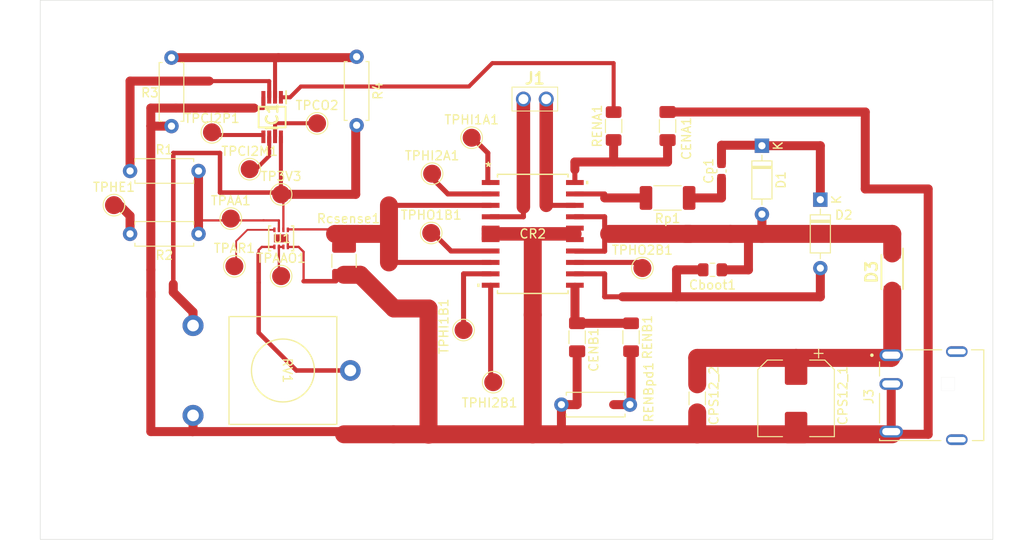
<source format=kicad_pcb>
(kicad_pcb (version 20240108) (generator "pcbnew") (generator_version "8.0")
  (layers (0 "F.Cu" signal) (31 "B.Cu" signal) (34 "B.Paste" user) (35 "F.Paste" user) (36 "B.SilkS" user "B.Silkscreen") (37 "F.SilkS" user "F.Silkscreen") (38 "B.Mask" user) (39 "F.Mask" user) (44 "Edge.Cuts" user))
  (net 0 "")
  (net 1 "GND")
  (net 2 "Net-(Cp1-Pad1)")
  (net 3 "Net-(CR2-OUT2A)")
  (net 4 "Net-(CR2-ENB)")
  (net 5 "Net-(CR2-IN2B)")
  (net 6 "+12V")
  (net 7 "/GPIO_INA2")
  (net 8 "Net-(CR2-OUT2B)")
  (net 9 "Net-(CR2-IN1B)")
  (net 10 "/csense")
  (net 11 "Net-(CR2-ENA)")
  (net 12 "Net-(CR2-VBOOT)")
  (net 13 "Net-(CR2-OUT1A)")
  (net 14 "Net-(CR2-VCP)")
  (net 15 "Net-(CR2-OUT1B)")
  (net 16 "Net-(D1-K)")
  (net 17 "/calert")
  (net 18 "/GPIO_INA1")
  (net 19 "Net-(IC1-IN1-)")
  (net 20 "/GPIO enable")
  (net 21 "/EnB_5")
  (net 22 "+3V3")
  (net 23 "/GPIO_RESET")
  (net 24 "/EnA_soft")
  (net 25 "/EnA_buf")
  (net 26 "Net-(U1-CMPREF)")
  (net 27 "Net-(U1-CMPIN)")
  (net 28 "Net-(D3-A)")
  (net 29 "Net-(IC1-IN2-)")
  (net 30 "Net-(IC1-OUT2)")
  (net 31 "Net-(IC1-IN2+)")
  (footprint "Resistor_THT:R_Axial_DIN0207_L6.3mm_D2.5mm_P7.62mm_Horizontal" (layer "F.Cu") (at 134.4 67.29 -90)
    (property "Reference" "R4" (at 3.81 -2.37 90) (layer "F.SilkS"))
    (property "Value" "2k")
    (fp_line (start 0.54 1.37) (end 7.08 1.37) (stroke (width 0.12)) (layer "F.SilkS"))
    (fp_line (start 7.08 1.37) (end 7.08 1.04) (stroke (width 0.12)) (layer "F.SilkS"))
    (fp_line (start 0.54 1.04) (end 0.54 1.37) (stroke (width 0.12)) (layer "F.SilkS"))
    (fp_line (start 0.54 -1.04) (end 0.54 -1.37) (stroke (width 0.12)) (layer "F.SilkS"))
    (fp_line (start 0.54 -1.37) (end 7.08 -1.37) (stroke (width 0.12)) (layer "F.SilkS"))
    (fp_line (start 7.08 -1.37) (end 7.08 -1.04) (stroke (width 0.12)) (layer "F.SilkS"))
    (pad "1" thru_hole circle (at 0 0 270) (size 1.6 1.6) (drill 0.8) (layers "*.Cu" "*.Mask") (net 19 "Net-(IC1-IN1-)"))
    (pad "2" thru_hole oval (at 7.62 0 270) (size 1.6 1.6) (drill 0.8) (layers "*.Cu" "*.Mask") (net 22 "+3V3"))
  )
  (footprint "MountingHole:MountingHole_3.2mm_M3" (layer "F.Cu") (at 104.2 66)
    (property "Reference" "REF**" (hide yes))
    (property "Value" "MountingHole_3.2mm_M3")
    (pad "" np_thru_hole circle (at 0 0) (size 3.2 3.2) (drill 3.2) (layers "*.Cu" "*.Mask"))
  )
  (footprint "MountingHole:MountingHole_3.2mm_M3" (layer "F.Cu") (at 199.2 116)
    (property "Reference" "REF**" (hide yes))
    (property "Value" "MountingHole_3.2mm_M3")
    (pad "" np_thru_hole circle (at 0 0) (size 3.2 3.2) (drill 3.2) (layers "*.Cu" "*.Mask"))
  )
  (footprint "TestPoint:TestPoint_Pad_D2.0mm" (layer "F.Cu") (at 147.2 76.3)
    (property "Reference" "TPHI1A1" (at 0 -1.998 0) (layer "F.SilkS"))
    (property "Value" "TestPoint" (hide yes))
    (fp_circle (center 0 0) (end 0 1.2) (stroke (width 0.12)) (fill none) (layer "F.SilkS"))
    (pad "1" smd circle (at 0 0) (size 2 2) (layers "F.Cu" "F.Mask") (net 18 "/GPIO_INA1"))
  )
  (footprint "Diode_THT:D_DO-35_SOD27_P7.62mm_Horizontal" (layer "F.Cu") (at 186 83.19 -90)
    (property "Reference" "D2" (at 1.71 -2.6 180) (layer "F.SilkS"))
    (property "Value" "1N4148")
    (fp_line (start 1.69 1.12) (end 5.93 1.12) (stroke (width 0.12)) (layer "F.SilkS"))
    (fp_line (start 5.93 1.12) (end 5.93 -1.12) (stroke (width 0.12)) (layer "F.SilkS"))
    (fp_line (start 1.04 0) (end 1.69 0) (stroke (width 0.12)) (layer "F.SilkS"))
    (fp_line (start 6.58 0) (end 5.93 0) (stroke (width 0.12)) (layer "F.SilkS"))
    (fp_line (start 1.69 -1.12) (end 1.69 1.12) (stroke (width 0.12)) (layer "F.SilkS"))
    (fp_line (start 2.29 -1.12) (end 2.29 1.12) (stroke (width 0.12)) (layer "F.SilkS"))
    (fp_line (start 2.41 -1.12) (end 2.41 1.12) (stroke (width 0.12)) (layer "F.SilkS"))
    (fp_line (start 2.53 -1.12) (end 2.53 1.12) (stroke (width 0.12)) (layer "F.SilkS"))
    (fp_line (start 5.93 -1.12) (end 1.69 -1.12) (stroke (width 0.12)) (layer "F.SilkS"))
    (fp_text user "K" (at 0 -1.8 90) (layer "F.SilkS"))
    (pad "1" thru_hole rect (at 0 0 270) (size 1.6 1.6) (drill 0.8) (layers "*.Cu" "*.Mask") (net 16 "Net-(D1-K)"))
    (pad "2" thru_hole oval (at 7.62 0 270) (size 1.6 1.6) (drill 0.8) (layers "*.Cu" "*.Mask") (net 12 "Net-(CR2-VBOOT)"))
  )
  (footprint "CTSpotentiometer:CTSpot" (layer "F.Cu") (at 126.2 102.2 -90)
    (property "Reference" "RV1" (at 0 -0.5 -90) (layer "F.SilkS"))
    (property "Value" "10k")
    (fp_rect (start -6 -6) (end 6 6) (stroke (width 0.14)) (fill none) (layer "F.SilkS"))
    (fp_circle (center 0 0) (end 3.5 0) (stroke (width 0.15)) (fill none) (layer "F.SilkS"))
    (pad "1" thru_hole circle (at -5 10 270) (size 2.34 2.34) (drill 1.3) (layers "*.Cu" "*.Mask") (net 22 "+3V3"))
    (pad "2" thru_hole circle (at 0 -7.5 270) (size 2.3 2.3) (drill 1.3) (layers "*.Cu" "*.Mask") (net 26 "Net-(U1-CMPREF)"))
    (pad "3" thru_hole circle (at 5 10 270) (size 2.34 2.34) (drill 1.3) (layers "*.Cu" "*.Mask") (net 1 "GND"))
  )
  (footprint "PJ-079BH:CUI_PJ-079BH" (layer "F.Cu") (at 200.1875 103.7 180)
    (property "Reference" "J3" (at 8.7875 -1.4 90) (layer "F.SilkS"))
    (property "Value" "Barrel_Jack_Switch")
    (fp_line (start 7.6 0.88) (end 7.6 2.45) (stroke (width 0.127)) (layer "F.SilkS"))
    (fp_line (start 7.6 -4.34) (end 7.6 -1.05) (stroke (width 0.127)) (layer "F.SilkS"))
    (fp_line (start 7.6 -6.3) (end 7.6 -6.1) (stroke (width 0.127)) (layer "F.SilkS"))
    (fp_line (start 4.7 3.8) (end 0.68 3.8) (stroke (width 0.127)) (layer "F.SilkS"))
    (fp_line (start 0.77 -6.3) (end 7.6 -6.3) (stroke (width 0.127)) (layer "F.SilkS"))
    (fp_line (start -2.625 3.8) (end -4 3.8) (stroke (width 0.127)) (layer "F.SilkS"))
    (fp_line (start -4 3.8) (end -4 -6.3) (stroke (width 0.127)) (layer "F.SilkS"))
    (fp_line (start -4 -6.3) (end -2.725 -6.3) (stroke (width 0.127)) (layer "F.SilkS"))
    (fp_circle (center 8.45 3.2) (end 8.55 3.2) (stroke (width 0.2)) (fill none) (layer "F.SilkS"))
    (fp_line (start 0.75 0.75) (end -0.75 0.75) (stroke (width 0.01)) (layer "Edge.Cuts"))
    (fp_line (start 0.75 -0.75) (end 0.75 0.75) (stroke (width 0.01)) (layer "Edge.Cuts"))
    (fp_line (start -0.75 0.75) (end -0.75 -0.75) (stroke (width 0.01)) (layer "Edge.Cuts"))
    (fp_line (start -0.75 -0.75) (end 0.75 -0.75) (stroke (width 0.01)) (layer "Edge.Cuts"))
    (pad "1" thru_hole oval (at 6.3 3.2 180) (size 2.616 1.308) (drill oval 2 0.8) (layers "*.Cu" "*.Mask") (net 28 "Net-(D3-A)"))
    (pad "2" thru_hole oval (at 6.3 -5.3 180) (size 2.616 1.308) (drill oval 2 0.8) (layers "*.Cu" "*.Mask") (net 1 "GND"))
    (pad "3" thru_hole oval (at 6.3 0 180) (size 2.616 1.308) (drill oval 2 0.8) (layers "*.Cu" "*.Mask") (net 1 "GND"))
    (pad "S1" thru_hole oval (at -1 -6.2 180) (size 2.4 1.2) (drill oval 2 0.6) (layers "*.Cu" "*.Mask"))
    (pad "S2" thru_hole oval (at -1 3.6 180) (size 2.4 1.2) (drill oval 2 0.6) (layers "*.Cu" "*.Mask"))
  )
  (footprint "Diode_THT:D_DO-35_SOD27_P7.62mm_Horizontal" (layer "F.Cu") (at 179.5 77.19 -90)
    (property "Reference" "D1" (at 3.81 -2.12 90) (layer "F.SilkS"))
    (property "Value" "1N4148")
    (fp_line (start 1.69 1.12) (end 5.93 1.12) (stroke (width 0.12)) (layer "F.SilkS"))
    (fp_line (start 5.93 1.12) (end 5.93 -1.12) (stroke (width 0.12)) (layer "F.SilkS"))
    (fp_line (start 1.04 0) (end 1.69 0) (stroke (width 0.12)) (layer "F.SilkS"))
    (fp_line (start 6.58 0) (end 5.93 0) (stroke (width 0.12)) (layer "F.SilkS"))
    (fp_line (start 1.69 -1.12) (end 1.69 1.12) (stroke (width 0.12)) (layer "F.SilkS"))
    (fp_line (start 2.29 -1.12) (end 2.29 1.12) (stroke (width 0.12)) (layer "F.SilkS"))
    (fp_line (start 2.41 -1.12) (end 2.41 1.12) (stroke (width 0.12)) (layer "F.SilkS"))
    (fp_line (start 2.53 -1.12) (end 2.53 1.12) (stroke (width 0.12)) (layer "F.SilkS"))
    (fp_line (start 5.93 -1.12) (end 1.69 -1.12) (stroke (width 0.12)) (layer "F.SilkS"))
    (fp_text user "K" (at 0 -1.8 90) (layer "F.SilkS"))
    (pad "1" thru_hole rect (at 0 0 270) (size 1.6 1.6) (drill 0.8) (layers "*.Cu" "*.Mask") (net 16 "Net-(D1-K)"))
    (pad "2" thru_hole oval (at 7.62 0 270) (size 1.6 1.6) (drill 0.8) (layers "*.Cu" "*.Mask") (net 6 "+12V"))
  )
  (footprint "Resistor_THT:R_Axial_DIN0207_L6.3mm_D2.5mm_P7.62mm_Horizontal" (layer "F.Cu") (at 116.81 87 180)
    (property "Reference" "R2" (at 3.81 -2.37 0) (layer "F.SilkS"))
    (property "Value" "2k")
    (fp_line (start 7.08 1.37) (end 7.08 1.04) (stroke (width 0.12)) (layer "F.SilkS"))
    (fp_line (start 7.08 -1.37) (end 7.08 -1.04) (stroke (width 0.12)) (layer "F.SilkS"))
    (fp_line (start 0.54 1.37) (end 7.08 1.37) (stroke (width 0.12)) (layer "F.SilkS"))
    (fp_line (start 0.54 1.04) (end 0.54 1.37) (stroke (width 0.12)) (layer "F.SilkS"))
    (fp_line (start 0.54 -1.04) (end 0.54 -1.37) (stroke (width 0.12)) (layer "F.SilkS"))
    (fp_line (start 0.54 -1.37) (end 7.08 -1.37) (stroke (width 0.12)) (layer "F.SilkS"))
    (pad "1" thru_hole circle (at 0 0 180) (size 1.6 1.6) (drill 0.8) (layers "*.Cu" "*.Mask") (net 17 "/calert"))
    (pad "2" thru_hole oval (at 7.62 0 180) (size 1.6 1.6) (drill 0.8) (layers "*.Cu" "*.Mask") (net 20 "/GPIO enable"))
  )
  (footprint "TestPoint:TestPoint_Pad_D2.0mm" (layer "F.Cu") (at 118.3 75.7)
    (property "Reference" "TPCI2P1" (at 0.006394 -1.555317 0) (layer "F.SilkS"))
    (property "Value" "TestPoint" (hide yes))
    (fp_circle (center 0 0) (end 0 1.2) (stroke (width 0.12)) (fill none) (layer "F.SilkS"))
    (pad "1" smd circle (at 0 0) (size 2 2) (layers "F.Cu" "F.Mask") (net 31 "Net-(IC1-IN2+)"))
  )
  (footprint "TestPoint:TestPoint_Pad_D2.0mm" (layer "F.Cu") (at 120.4 85.3)
    (property "Reference" "TPAA1" (at 0 -1.998 0) (layer "F.SilkS"))
    (property "Value" "TestPoint" (hide yes))
    (fp_circle (center 0 0) (end 0 1.2) (stroke (width 0.12)) (fill none) (layer "F.SilkS"))
    (pad "1" smd circle (at 0 0) (size 2 2) (layers "F.Cu" "F.Mask") (net 17 "/calert"))
  )
  (footprint "Resistor_THT:R_Axial_DIN0207_L6.3mm_D2.5mm_P7.62mm_Horizontal" (layer "F.Cu") (at 109.19 80)
    (property "Reference" "R1" (at 3.81 -2.37 0) (layer "F.SilkS"))
    (property "Value" "2k")
    (fp_line (start 0.54 -1.37) (end 7.08 -1.37) (stroke (width 0.12)) (layer "F.SilkS"))
    (fp_line (start 0.54 -1.04) (end 0.54 -1.37) (stroke (width 0.12)) (layer "F.SilkS"))
    (fp_line (start 0.54 1.04) (end 0.54 1.37) (stroke (width 0.12)) (layer "F.SilkS"))
    (fp_line (start 0.54 1.37) (end 7.08 1.37) (stroke (width 0.12)) (layer "F.SilkS"))
    (fp_line (start 7.08 -1.37) (end 7.08 -1.04) (stroke (width 0.12)) (layer "F.SilkS"))
    (fp_line (start 7.08 1.37) (end 7.08 1.04) (stroke (width 0.12)) (layer "F.SilkS"))
    (pad "1" thru_hole circle (at 0 0) (size 1.6 1.6) (drill 0.8) (layers "*.Cu" "*.Mask") (net 24 "/EnA_soft"))
    (pad "2" thru_hole oval (at 7.62 0) (size 1.6 1.6) (drill 0.8) (layers "*.Cu" "*.Mask") (net 17 "/calert"))
  )
  (footprint "MountingHole:MountingHole_3.2mm_M3" (layer "F.Cu") (at 104.2 116)
    (property "Reference" "REF**" (hide yes))
    (property "Value" "MountingHole_3.2mm_M3")
    (pad "" np_thru_hole circle (at 0 0) (size 3.2 3.2) (drill 3.2) (layers "*.Cu" "*.Mask"))
  )
  (footprint "TestPoint:TestPoint_Pad_D2.0mm" (layer "F.Cu") (at 120.8 90.6)
    (property "Reference" "TPAR1" (at 0 -1.998 0) (layer "F.SilkS"))
    (property "Value" "TestPoint" (hide yes))
    (fp_circle (center 0 0) (end 0 1.2) (stroke (width 0.12)) (fill none) (layer "F.SilkS"))
    (pad "1" smd circle (at 0 0) (size 2 2) (layers "F.Cu" "F.Mask") (net 23 "/GPIO_RESET"))
  )
  (footprint "Resistor_THT:R_Axial_DIN0207_L6.3mm_D2.5mm_P7.62mm_Horizontal" (layer "F.Cu") (at 113.8 75.01 90)
    (property "Reference" "R3" (at 3.71 -2.4 180) (layer "F.SilkS"))
    (property "Value" "2k")
    (fp_line (start 7.08 -1.37) (end 7.08 -1.04) (stroke (width 0.12)) (layer "F.SilkS"))
    (fp_line (start 0.54 -1.37) (end 7.08 -1.37) (stroke (width 0.12)) (layer "F.SilkS"))
    (fp_line (start 0.54 -1.04) (end 0.54 -1.37) (stroke (width 0.12)) (layer "F.SilkS"))
    (fp_line (start 0.54 1.04) (end 0.54 1.37) (stroke (width 0.12)) (layer "F.SilkS"))
    (fp_line (start 7.08 1.37) (end 7.08 1.04) (stroke (width 0.12)) (layer "F.SilkS"))
    (fp_line (start 0.54 1.37) (end 7.08 1.37) (stroke (width 0.12)) (layer "F.SilkS"))
    (pad "1" thru_hole circle (at 0 0 90) (size 1.6 1.6) (drill 0.8) (layers "*.Cu" "*.Mask") (net 1 "GND"))
    (pad "2" thru_hole oval (at 7.62 0 90) (size 1.6 1.6) (drill 0.8) (layers "*.Cu" "*.Mask") (net 19 "Net-(IC1-IN1-)"))
  )
  (footprint "TestPoint:TestPoint_Pad_D2.0mm" (layer "F.Cu") (at 149.6 103.5)
    (property "Reference" "TPHI2B1" (at -0.4 2.3 0) (layer "F.SilkS"))
    (property "Value" "TestPoint" (hide yes))
    (fp_circle (center 0 0) (end 0 1.2) (stroke (width 0.12)) (fill none) (layer "F.SilkS"))
    (pad "1" smd circle (at 0 0) (size 2 2) (layers "F.Cu" "F.Mask") (net 5 "Net-(CR2-IN2B)"))
  )
  (footprint "Resistor_SMD:R_2010_5025Metric_Pad1.40x2.65mm_HandSolder" (layer "F.Cu") (at 169 83 180)
    (property "Reference" "Rp1" (at 0 -2.28 0) (layer "F.SilkS"))
    (property "Value" "100")
    (fp_line (start -1.527064 1.36) (end 1.527064 1.36) (stroke (width 0.12)) (layer "F.SilkS"))
    (fp_line (start -1.527064 -1.36) (end 1.527064 -1.36) (stroke (width 0.12)) (layer "F.SilkS"))
    (pad "1" smd roundrect (at -2.4 0 180) (size 1.4 2.65) (layers "F.Cu" "F.Paste" "F.Mask") (roundrect_rratio 0.178571) (net 2 "Net-(Cp1-Pad1)"))
    (pad "2" smd roundrect (at 2.4 0 180) (size 1.4 2.65) (layers "F.Cu" "F.Paste" "F.Mask") (roundrect_rratio 0.178571) (net 14 "Net-(CR2-VCP)"))
  )
  (footprint "TestPoint:TestPoint_Pad_D2.0mm" (layer "F.Cu") (at 130 74.7)
    (property "Reference" "TPCO2" (at 0 -1.998 0) (layer "F.SilkS"))
    (property "Value" "TestPoint" (hide yes))
    (fp_circle (center 0 0) (end 0 1.2) (stroke (width 0.12)) (fill none) (layer "F.SilkS"))
    (pad "1" smd circle (at 0 0) (size 2 2) (layers "F.Cu" "F.Mask") (net 30 "Net-(IC1-OUT2)"))
  )
  (footprint "Capacitor_SMD:CP_Elec_8x10" (layer "F.Cu") (at 183.3 105.3 -90)
    (property "Reference" "CPS12_1" (at -0.3 -5.2 90) (layer "F.SilkS"))
    (property "Value" "100u")
    (fp_line (start -3.195563 4.26) (end 4.26 4.26) (stroke (width 0.12)) (layer "F.SilkS"))
    (fp_line (start 4.26 4.26) (end 4.26 1.51) (stroke (width 0.12)) (layer "F.SilkS"))
    (fp_line (start -4.26 3.195563) (end -3.195563 4.26) (stroke (width 0.12)) (layer "F.SilkS"))
    (fp_line (start -4.26 3.195563) (end -4.26 1.51) (stroke (width 0.12)) (layer "F.SilkS"))
    (fp_line (start -5.5 -2.51) (end -4.5 -2.51) (stroke (width 0.12)) (layer "F.SilkS"))
    (fp_line (start -5 -3.01) (end -5 -2.01) (stroke (width 0.12)) (layer "F.SilkS"))
    (fp_line (start -4.26 -3.195563) (end -4.26 -1.51) (stroke (width 0.12)) (layer "F.SilkS"))
    (fp_line (start -4.26 -3.195563) (end -3.195563 -4.26) (stroke (width 0.12)) (layer "F.SilkS"))
    (fp_line (start -3.195563 -4.26) (end 4.26 -4.26) (stroke (width 0.12)) (layer "F.SilkS"))
    (fp_line (start 4.26 -4.26) (end 4.26 -1.51) (stroke (width 0.12)) (layer "F.SilkS"))
    (pad "1" smd roundrect (at -3.25 0 270) (size 3.5 2.5) (layers "F.Cu" "F.Paste" "F.Mask") (roundrect_rratio 0.1) (net 28 "Net-(D3-A)"))
    (pad "2" smd roundrect (at 3.25 0 270) (size 3.5 2.5) (layers "F.Cu" "F.Paste" "F.Mask") (roundrect_rratio 0.1) (net 1 "GND"))
  )
  (footprint "TestPoint:TestPoint_Pad_D2.0mm" (layer "F.Cu") (at 142.7 86.9)
    (property "Reference" "TPHO1B1" (at 0 -1.998 0) (layer "F.SilkS"))
    (property "Value" "TestPoint" (hide yes))
    (fp_circle (center 0 0) (end 0 1.2) (stroke (width 0.12)) (fill none) (layer "F.SilkS"))
    (pad "1" smd circle (at 0 0) (size 2 2) (layers "F.Cu" "F.Mask") (net 15 "Net-(CR2-OUT1B)") (clearance 0.2))
  )
  (footprint "Capacitor_SMD:C_1206_3216Metric_Pad1.33x1.80mm_HandSolder" (layer "F.Cu") (at 158.9375 98.5 -90)
    (property "Reference" "CENB1" (at 1.4 -1.85 90) (layer "F.SilkS"))
    (property "Value" "5.6n")
    (fp_line (start -0.711252 0.91) (end 0.711252 0.91) (stroke (width 0.12)) (layer "F.SilkS"))
    (fp_line (start -0.711252 -0.91) (end 0.711252 -0.91) (stroke (width 0.12)) (layer "F.SilkS"))
    (pad "1" smd roundrect (at -1.5625 0 270) (size 1.325 1.8) (layers "F.Cu" "F.Paste" "F.Mask") (roundrect_rratio 0.188679) (net 4 "Net-(CR2-ENB)"))
    (pad "2" smd roundrect (at 1.5625 0 270) (size 1.325 1.8) (layers "F.Cu" "F.Paste" "F.Mask") (roundrect_rratio 0.188679) (net 1 "GND"))
  )
  (footprint "Resistor_SMD:R_1206_3216Metric_Pad1.30x1.75mm_HandSolder" (layer "F.Cu") (at 163 75 90)
    (property "Reference" "RENA1" (at 0 -1.82 90) (layer "F.SilkS"))
    (property "Value" "100k")
    (fp_line (start -0.727064 -0.91) (end 0.727064 -0.91) (stroke (width 0.12)) (layer "F.SilkS"))
    (fp_line (start -0.727064 0.91) (end 0.727064 0.91) (stroke (width 0.12)) (layer "F.SilkS"))
    (pad "1" smd roundrect (at -1.55 0 90) (size 1.3 1.75) (layers "F.Cu" "F.Paste" "F.Mask") (roundrect_rratio 0.192308) (net 11 "Net-(CR2-ENA)"))
    (pad "2" smd roundrect (at 1.55 0 90) (size 1.3 1.75) (layers "F.Cu" "F.Paste" "F.Mask") (roundrect_rratio 0.192308) (net 25 "/EnA_buf"))
  )
  (footprint "Capacitor_SMD:C_0805_2012Metric_Pad1.18x1.45mm_HandSolder" (layer "F.Cu") (at 174 91 180)
    (property "Reference" "Cboot1" (at 0 -1.68 0) (layer "F.SilkS"))
    (property "Value" "220n")
    (fp_line (start -0.261252 0.735) (end 0.261252 0.735) (stroke (width 0.12)) (layer "F.SilkS"))
    (fp_line (start -0.261252 -0.735) (end 0.261252 -0.735) (stroke (width 0.12)) (layer "F.SilkS"))
    (pad "1" smd roundrect (at -1.0375 0 180) (size 1.175 1.45) (layers "F.Cu" "F.Paste" "F.Mask") (roundrect_rratio 0.212766) (net 6 "+12V"))
    (pad "2" smd roundrect (at 1.0375 0 180) (size 1.175 1.45) (layers "F.Cu" "F.Paste" "F.Mask") (roundrect_rratio 0.212766) (net 12 "Net-(CR2-VBOOT)"))
  )
  (footprint "INA381A1IDSGR:DSG_8_TEX" (layer "F.Cu") (at 126 87.5 -90)
    (property "Reference" "U1" (at 0 -0.1 0) (layer "F.SilkS"))
    (property "Value" "INA381A1IDSGR")
    (fp_line (start -1.3843 1.3843) (end 1.3843 1.3843) (stroke (width 0.1524)) (layer "F.SilkS"))
    (fp_line (start 1.3843 1.3843) (end 1.3843 1.156658) (stroke (width 0.1524)) (layer "F.SilkS"))
    (fp_line (start -1.3843 1.156658) (end -1.3843 1.3843) (stroke (width 0.1524)) (layer "F.SilkS"))
    (fp_line (start 1.3843 -1.156658) (end 1.3843 -1.3843) (stroke (width 0.1524)) (layer "F.SilkS"))
    (fp_line (start -1.3843 -1.3843) (end -1.3843 -1.156658) (stroke (width 0.1524)) (layer "F.SilkS"))
    (fp_line (start 1.3843 -1.3843) (end -1.3843 -1.3843) (stroke (width 0.1524)) (layer "F.SilkS"))
    (pad "1" smd rect (at -0.950001 -0.750001 270) (size 0.508 0.254) (layers "F.Cu" "F.Paste" "F.Mask") (net 10 "/csense"))
    (pad "2" smd rect (at -0.950001 -0.25 270) (size 0.508 0.254) (layers "F.Cu" "F.Paste" "F.Mask") (net 22 "+3V3"))
    (pad "3" smd rect (at -0.950001 0.25 270) (size 0.508 0.254) (layers "F.Cu" "F.Paste" "F.Mask") (net 17 "/calert"))
    (pad "4" smd rect (at -0.950001 0.750001 270) (size 0.508 0.254) (layers "F.Cu" "F.Paste" "F.Mask") (net 23 "/GPIO_RESET"))
    (pad "5" smd rect (at 0.950001 0.750001 270) (size 0.508 0.254) (layers "F.Cu" "F.Paste" "F.Mask") (net 26 "Net-(U1-CMPREF)"))
    (pad "6" smd rect (at 0.950001 0.25 270) (size 0.508 0.254) (layers "F.Cu" "F.Paste" "F.Mask") (net 27 "Net-(U1-CMPIN)"))
    (pad "7" smd rect (at 0.950001 -0.25 270) (size 0.508 0.254) (layers "F.Cu" "F.Paste" "F.Mask") (net 27 "Net-(U1-CMPIN)"))
    (pad "8" smd rect (at 0.950001 -0.750001 270) (size 0.508 0.254) (layers "F.Cu" "F.Paste" "F.Mask") (net 1 "GND"))
    (pad "9" smd rect (at 0 0 270) (size 0.889 1.6002) (layers "F.Cu") (net 1 "GND"))
  )
  (footprint "TestPoint:TestPoint_Pad_D2.0mm" (layer "F.Cu") (at 126 82.6)
    (property "Reference" "TP3V3" (at 0 -1.998 0) (layer "F.SilkS"))
    (property "Value" "TestPoint" (hide yes))
    (fp_circle (center 0 0) (end 0 1.2) (stroke (width 0.12)) (fill none) (layer "F.SilkS"))
    (pad "1" smd circle (at 0 0) (size 2 2) (layers "F.Cu" "F.Mask") (net 22 "+3V3"))
  )
  (footprint "Resistor_SMD:R_1210_3225Metric_Pad1.30x2.65mm_HandSolder" (layer "F.Cu") (at 133 90 -90)
    (property "Reference" "Rcsense1" (at -4.7 -0.5 180) (layer "F.SilkS"))
    (property "Value" "162m")
    (fp_line (start -0.723737 1.355) (end 0.723737 1.355) (stroke (width 0.12)) (layer "F.SilkS"))
    (fp_line (start -0.723737 -1.355) (end 0.723737 -1.355) (stroke (width 0.12)) (layer "F.SilkS"))
    (pad "1" smd roundrect (at -1.55 0 270) (size 1.3 2.65) (layers "F.Cu" "F.Paste" "F.Mask") (roundrect_rratio 0.192308) (net 10 "/csense"))
    (pad "2" smd roundrect (at 1.55 0 270) (size 1.3 2.65) (layers "F.Cu" "F.Paste" "F.Mask") (roundrect_rratio 0.192308) (net 1 "GND"))
  )
  (footprint "Resistor_THT:R_Axial_DIN0207_L6.3mm_D2.5mm_P7.62mm_Horizontal" (layer "F.Cu") (at 164.81 106 180)
    (property "Reference" "RENBpd1" (at -2.09 1.37 90) (layer "F.SilkS"))
    (property "Value" "1k")
    (fp_line (start 7.08 1.37) (end 7.08 1.04) (stroke (width 0.12)) (layer "F.SilkS"))
    (fp_line (start 7.08 -1.37) (end 7.08 -1.04) (stroke (width 0.12)) (layer "F.SilkS"))
    (fp_line (start 0.54 1.37) (end 7.08 1.37) (stroke (width 0.12)) (layer "F.SilkS"))
    (fp_line (start 0.54 1.04) (end 0.54 1.37) (stroke (width 0.12)) (layer "F.SilkS"))
    (fp_line (start 0.54 -1.04) (end 0.54 -1.37) (stroke (width 0.12)) (layer "F.SilkS"))
    (fp_line (start 0.54 -1.37) (end 7.08 -1.37) (stroke (width 0.12)) (layer "F.SilkS"))
    (pad "1" thru_hole circle (at 0 0 180) (size 1.6 1.6) (drill 0.8) (layers "*.Cu" "*.Mask") (net 21 "/EnB_5"))
    (pad "2" thru_hole oval (at 7.62 0 180) (size 1.6 1.6) (drill 0.8) (layers "*.Cu" "*.Mask") (net 1 "GND"))
  )
  (footprint "TestPoint:TestPoint_Pad_D2.0mm" (layer "F.Cu") (at 146.3 97.7)
    (property "Reference" "TPHI1B1" (at -2.2 -0.4 90) (layer "F.SilkS"))
    (property "Value" "TestPoint" (hide yes))
    (fp_circle (center 0 0) (end 0 1.2) (stroke (width 0.12)) (fill none) (layer "F.SilkS"))
    (pad "1" smd circle (at 0 0) (size 2 2) (layers "F.Cu" "F.Mask") (net 9 "Net-(CR2-IN1B)"))
  )
  (footprint "Capacitor_SMD:C_1206_3216Metric_Pad1.33x1.80mm_HandSolder" (layer "F.Cu") (at 169 75 -90)
    (property "Reference" "CENA1" (at 1.4 -2.1 90) (layer "F.SilkS"))
    (property "Value" "5.6n")
    (fp_line (start -0.711252 0.91) (end 0.711252 0.91) (stroke (width 0.12)) (layer "F.SilkS"))
    (fp_line (start -0.711252 -0.91) (end 0.711252 -0.91) (stroke (width 0.12)) (layer "F.SilkS"))
    (pad "1" smd roundrect (at -1.5625 0 270) (size 1.325 1.8) (layers "F.Cu" "F.Paste" "F.Mask") (roundrect_rratio 0.188679) (net 1 "GND"))
    (pad "2" smd roundrect (at 1.5625 0 270) (size 1.325 1.8) (layers "F.Cu" "F.Paste" "F.Mask") (roundrect_rratio 0.188679) (net 11 "Net-(CR2-ENA)"))
  )
  (footprint "Capacitor_SMD:C_1206_3216Metric_Pad1.33x1.80mm_HandSolder" (layer "F.Cu") (at 172.3 105.3 -90)
    (property "Reference" "CPS12_2" (at -0.3 -1.85 90) (layer "F.SilkS"))
    (property "Value" "10n")
    (fp_line (start -0.711252 0.91) (end 0.711252 0.91) (stroke (width 0.12)) (layer "F.SilkS"))
    (fp_line (start -0.711252 -0.91) (end 0.711252 -0.91) (stroke (width 0.12)) (layer "F.SilkS"))
    (pad "1" smd roundrect (at -1.5625 0 270) (size 1.325 1.8) (layers "F.Cu" "F.Paste" "F.Mask") (roundrect_rratio 0.188679) (net 28 "Net-(D3-A)"))
    (pad "2" smd roundrect (at 1.5625 0 270) (size 1.325 1.8) (layers "F.Cu" "F.Paste" "F.Mask") (roundrect_rratio 0.188679) (net 1 "GND"))
  )
  (footprint "RE-H022TD-1190_LF__SN_:REH022TD1190LFSN" (layer "F.Cu") (at 152.96 72)
    (property "Reference" "J1" (at 1.27 -2.3 0) (layer "F.SilkS") (effects (font (size 1.27 1.27) (thickness 0.254))))
    (property "Value" "ACTUATOR1" (hide yes))
    (fp_line (start -1.27 -1.33) (end 3.81 -1.33) (stroke (width 0.1)) (layer "F.SilkS"))
    (fp_line (start -1.27 1.33) (end -1.27 -1.33) (stroke (width 0.1)) (layer "F.SilkS"))
    (fp_line (start 3.81 -1.33) (end 3.81 1.33) (stroke (width 0.1)) (layer "F.SilkS"))
    (fp_line (start 3.81 1.33) (end -1.27 1.33) (stroke (width 0.1)) (layer "F.SilkS"))
    (pad "1" thru_hole circle (at 0 0) (size 1.665 1.665) (drill 1.11) (layers "*.Cu" "*.Mask") (net 13 "Net-(CR2-OUT1A)"))
    (pad "2" thru_hole circle (at 2.54 0) (size 1.665 1.665) (drill 1.11) (layers "*.Cu" "*.Mask") (net 3 "Net-(CR2-OUT2A)"))
  )
  (footprint "TestPoint:TestPoint_Pad_D2.0mm" (layer "F.Cu") (at 107.4 83.8)
    (property "Reference" "TPHE1" (at 0 -1.998 0) (layer "F.SilkS"))
    (property "Value" "TestPoint" (hide yes))
    (fp_circle (center 0 0) (end 0 1.2) (stroke (width 0.12)) (fill none) (layer "F.SilkS"))
    (pad "1" smd circle (at 0 0) (size 2 2) (layers "F.Cu" "F.Mask") (net 20 "/GPIO enable"))
  )
  (footprint "L6205D:SO-20_STM" (layer "F.Cu") (at 154 87)
    (property "Reference" "CR2" (at 0 0 0) (layer "F.SilkS"))
    (property "Value" "L6205D")
    (fp_line (start -3.9243 -6.6294) (end -3.9243 -6.32674) (stroke (width 0.1524)) (layer "F.SilkS"))
    (fp_line (start -3.9243 6.32674) (end -3.9243 6.6294) (stroke (width 0.1524)) (layer "F.SilkS"))
    (fp_line (start -3.9243 6.6294) (end 3.9243 6.6294) (stroke (width 0.1524)) (layer "F.SilkS"))
    (fp_line (start 3.9243 -6.6294) (end -3.9243 -6.6294) (stroke (width 0.1524)) (layer "F.SilkS"))
    (fp_line (start 3.9243 -6.32674) (end 3.9243 -6.6294) (stroke (width 0.1524)) (layer "F.SilkS"))
    (fp_line (start 3.9243 6.6294) (end 3.9243 6.32674) (stroke (width 0.1524)) (layer "F.SilkS"))
    (fp_poly (pts (xy -6.179299 5.5245) (xy -6.179299 5.9055) (xy -5.925299 5.9055) (xy -5.925299 5.5245)) (fill solid) (layer "F.SilkS"))
    (fp_poly (pts (xy 6.179299 -5.9055) (xy 6.179299 -5.5245) (xy 5.925299 -5.5245) (xy 5.925299 -5.9055)) (fill solid) (layer "F.SilkS"))
    (fp_text user "*" (at -4.9403 -7.416 0) (layer "F.SilkS"))
    (fp_text user "*" (at -4.9403 -7.416 0) (layer "F.SilkS"))
    (pad "1" smd rect (at -4.6863 -5.715) (size 1.969999 0.558) (layers "F.Cu" "F.Paste" "F.Mask") (net 18 "/GPIO_INA1"))
    (pad "2" smd rect (at -4.6863 -4.445) (size 1.969999 0.558) (layers "F.Cu" "F.Paste" "F.Mask") (net 7 "/GPIO_INA2"))
    (pad "3" smd rect (at -4.6863 -3.175) (size 1.969999 0.558) (layers "F.Cu" "F.Paste" "F.Mask") (net 10 "/csense"))
    (pad "4" smd rect (at -4.6863 -1.905) (size 1.969999 0.558) (layers "F.Cu" "F.Paste" "F.Mask") (net 13 "Net-(CR2-OUT1A)"))
    (pad "5" smd rect (at -4.6863 -0.635) (size 1.969999 0.558) (layers "F.Cu" "F.Paste" "F.Mask") (net 1 "GND"))
    (pad "6" smd rect (at -4.6863 0.635) (size 1.969999 0.558) (layers "F.Cu" "F.Paste" "F.Mask") (net 1 "GND"))
    (pad "7" smd rect (at -4.6863 1.905) (size 1.969999 0.558) (layers "F.Cu" "F.Paste" "F.Mask") (net 15 "Net-(CR2-OUT1B)"))
    (pad "8" smd rect (at -4.6863 3.175) (size 1.969999 0.558) (layers "F.Cu" "F.Paste" "F.Mask") (net 10 "/csense"))
    (pad "9" smd rect (at -4.6863 4.445) (size 1.969999 0.558) (layers "F.Cu" "F.Paste" "F.Mask") (net 9 "Net-(CR2-IN1B)"))
    (pad "10" smd rect (at -4.6863 5.715) (size 1.969999 0.558) (layers "F.Cu" "F.Paste" "F.Mask") (net 5 "Net-(CR2-IN2B)"))
    (pad "11" smd rect (at 4.6863 5.715) (size 1.969999 0.558) (layers "F.Cu" "F.Paste" "F.Mask") (net 4 "Net-(CR2-ENB)"))
    (pad "12" smd rect (at 4.6863 4.445) (size 1.969999 0.558) (layers "F.Cu" "F.Paste" "F.Mask") (net 12 "Net-(CR2-VBOOT)"))
    (pad "13" smd rect (at 4.6863 3.175) (size 1.969999 0.558) (layers "F.Cu" "F.Paste" "F.Mask") (net 8 "Net-(CR2-OUT2B)"))
    (pad "14" smd rect (at 4.6863 1.905) (size 1.969999 0.558) (layers "F.Cu" "F.Paste" "F.Mask") (net 6 "+12V"))
    (pad "15" smd rect (at 4.6863 0.635) (size 1.969999 0.558) (layers "F.Cu" "F.Paste" "F.Mask") (net 1 "GND"))
    (pad "16" smd rect (at 4.6863 -0.635) (size 1.969999 0.558) (layers "F.Cu" "F.Paste" "F.Mask") (net 1 "GND"))
    (pad "17" smd rect (at 4.6863 -1.905) (size 1.969999 0.558) (layers "F.Cu" "F.Paste" "F.Mask") (net 6 "+12V"))
    (pad "18" smd rect (at 4.6863 -3.175) (size 1.969999 0.558) (layers "F.Cu" "F.Paste" "F.Mask") (net 3 "Net-(CR2-OUT2A)"))
    (pad "19" smd rect (at 4.6863 -4.445) (size 1.969999 0.558) (layers "F.Cu" "F.Paste" "F.Mask") (net 14 "Net-(CR2-VCP)"))
    (pad "20" smd rect (at 4.6863 -5.715) (size 1.969999 0.558) (layers "F.Cu" "F.Paste" "F.Mask") (net 11 "Net-(CR2-ENA)"))
  )
  (footprint "TestPoint:TestPoint_Pad_D2.0mm" (layer "F.Cu") (at 122.5 79.8)
    (property "Reference" "TPCI2M1" (at 0 -1.998 0) (layer "F.SilkS"))
    (property "Value" "TestPoint" (hide yes))
    (fp_circle (center 0 0) (end 0 1.2) (stroke (width 0.12)) (fill none) (layer "F.SilkS"))
    (pad "1" smd circle (at 0 0) (size 2 2) (layers "F.Cu" "F.Mask") (net 29 "Net-(IC1-IN2-)"))
  )
  (footprint "TestPoint:TestPoint_Pad_D2.0mm" (layer "F.Cu") (at 166.2 90.8)
    (property "Reference" "TPHO2B1" (at 0 -1.998 0) (layer "F.SilkS"))
    (property "Value" "TestPoint" (hide yes))
    (fp_circle (center 0 0) (end 0 1.2) (stroke (width 0.12)) (fill none) (layer "F.SilkS"))
    (pad "1" smd circle (at 0 0) (size 2 2) (layers "F.Cu" "F.Mask") (net 8 "Net-(CR2-OUT2B)"))
  )
  (footprint "MountingHole:MountingHole_3.2mm_M3" (layer "F.Cu") (at 199.2 66)
    (property "Reference" "REF**" (hide yes))
    (property "Value" "MountingHole_3.2mm_M3")
    (pad "" np_thru_hole circle (at 0 0) (size 3.2 3.2) (drill 3.2) (layers "F&B.Cu" "*.Mask"))
  )
  (footprint "Resistor_SMD:R_1206_3216Metric_Pad1.30x1.75mm_HandSolder" (layer "F.Cu") (at 164.9375 98.5 -90)
    (property "Reference" "RENB1" (at 0 -1.82 90) (layer "F.SilkS"))
    (property "Value" "100k")
    (fp_line (start -0.727064 0.91) (end 0.727064 0.91) (stroke (width 0.12)) (layer "F.SilkS"))
    (fp_line (start -0.727064 -0.91) (end 0.727064 -0.91) (stroke (width 0.12)) (layer "F.SilkS"))
    (pad "1" smd roundrect (at -1.55 0 270) (size 1.3 1.75) (layers "F.Cu" "F.Paste" "F.Mask") (roundrect_rratio 0.192308) (net 4 "Net-(CR2-ENB)"))
    (pad "2" smd roundrect (at 1.55 0 270) (size 1.3 1.75) (layers "F.Cu" "F.Paste" "F.Mask") (roundrect_rratio 0.192308) (net 21 "/EnB_5"))
  )
  (footprint "STPST5H100AF:SODFL4724X103N" (layer "F.Cu") (at 194 91.25 -90)
    (property "Reference" "D3" (at 0 2.3 90) (layer "F.SilkS") (effects (font (size 1.27 1.27) (thickness 0.254))))
    (property "Value" "STPST5H100AF" (hide yes))
    (fp_line (start -1.9 1.2) (end 1.9 1.2) (stroke (width 0.2)) (layer "F.SilkS"))
    (fp_line (start -2.625 -1.2) (end 1.9 -1.2) (stroke (width 0.2)) (layer "F.SilkS"))
    (pad "1" smd rect (at -2.075 0 270) (size 1.1 1.88) (layers "F.Cu" "F.Paste" "F.Mask") (net 6 "+12V"))
    (pad "2" smd rect (at 2.075 0 270) (size 1.1 1.88) (layers "F.Cu" "F.Paste" "F.Mask") (net 28 "Net-(D3-A)"))
  )
  (footprint "TestPoint:TestPoint_Pad_D2.0mm" (layer "F.Cu") (at 142.8 80.3)
    (property "Reference" "TPHI2A1" (at 0 -1.998 0) (layer "F.SilkS"))
    (property "Value" "TestPoint" (hide yes))
    (fp_circle (center 0 0) (end 0 1.2) (stroke (width 0.12)) (fill none) (layer "F.SilkS"))
    (pad "1" smd circle (at 0 0) (size 2 2) (layers "F.Cu" "F.Mask") (net 7 "/GPIO_INA2"))
  )
  (footprint "Capacitor_SMD:C_0603_1608Metric_Pad1.08x0.95mm_HandSolder" (layer "F.Cu") (at 175 80 90)
    (property "Reference" "Cp1" (at 0 -1.43 90) (layer "F.SilkS"))
    (property "Value" "10n")
    (fp_line (start -0.146267 -0.51) (end 0.146267 -0.51) (stroke (width 0.12)) (layer "F.SilkS"))
    (fp_line (start -0.146267 0.51) (end 0.146267 0.51) (stroke (width 0.12)) (layer "F.SilkS"))
    (pad "1" smd roundrect (at -0.8625 0 90) (size 1.075 0.95) (layers "F.Cu" "F.Paste" "F.Mask") (net 2 "Net-(Cp1-Pad1)"))
    (pad "2" smd roundrect (at 0.8625 0 90) (size 1.075 0.95) (layers "F.Cu" "F.Paste" "F.Mask") (net 16 "Net-(D1-K)"))
  )
  (footprint "TestPoint:TestPoint_Pad_D2.0mm" (layer "F.Cu") (at 126 91.7)
    (property "Reference" "TPAAO1" (at 0 -1.998 0) (layer "F.SilkS"))
    (property "Value" "TestPoint" (hide yes))
    (fp_circle (center 0 0) (end 0 1.2) (stroke (width 0.12)) (fill none) (layer "F.SilkS"))
    (pad "1" smd circle (at 0 0) (size 2 2) (layers "F.Cu" "F.Mask") (net 27 "Net-(U1-CMPIN)"))
  )
  (footprint "TLV9032QDGKRQ1:SOP65P490X110-8N" (layer "F.Cu") (at 125 74 -90)
    (property "Reference" "IC1" (at 0 0 -90) (layer "F.SilkS") (effects (font (size 1.27 1.27) (thickness 0.254))))
    (property "Value" "TLV9032QDGKRQ1" (hide yes))
    (fp_line (start -1.15 1.5) (end -1.15 -1.5) (stroke (width 0.2)) (layer "F.SilkS"))
    (fp_line (start 1.15 1.5) (end -1.15 1.5) (stroke (width 0.2)) (layer "F.SilkS"))
    (fp_line (start -1.15 -1.5) (end 1.15 -1.5) (stroke (width 0.2)) (layer "F.SilkS"))
    (fp_line (start 1.15 -1.5) (end 1.15 1.5) (stroke (width 0.2)) (layer "F.SilkS"))
    (fp_line (start -2.9 -1.55) (end -1.5 -1.55) (stroke (width 0.2)) (layer "F.SilkS"))
    (pad "1" smd rect (at -2.2 -0.975) (size 0.45 1.4) (layers "F.Cu" "F.Paste" "F.Mask") (net 25 "/EnA_buf"))
    (pad "2" smd rect (at -2.2 -0.325) (size 0.45 1.4) (layers "F.Cu" "F.Paste" "F.Mask") (net 19 "Net-(IC1-IN1-)"))
    (pad "3" smd rect (at -2.2 0.325) (size 0.45 1.4) (layers "F.Cu" "F.Paste" "F.Mask") (net 24 "/EnA_soft"))
    (pad "4" smd rect (at -2.2 0.975) (size 0.45 1.4) (layers "F.Cu" "F.Paste" "F.Mask") (net 1 "GND"))
    (pad "5" smd rect (at 2.2 0.975) (size 0.45 1.4) (layers "F.Cu" "F.Paste" "F.Mask") (net 31 "Net-(IC1-IN2+)"))
    (pad "6" smd rect (at 2.2 0.325) (size 0.45 1.4) (layers "F.Cu" "F.Paste" "F.Mask") (net 29 "Net-(IC1-IN2-)"))
    (pad "7" smd rect (at 2.2 -0.325) (size 0.45 1.4) (layers "F.Cu" "F.Paste" "F.Mask") (net 30 "Net-(IC1-OUT2)"))
    (pad "8" smd rect (at 2.2 -0.975) (size 0.45 1.4) (layers "F.Cu" "F.Paste" "F.Mask") (net 22 "+3V3"))
  )
  (gr_rect (start 99.2 61) (end 205.2 121) (stroke (width 0.05)) (fill none) (layer "Edge.Cuts"))
  (segment (start 138.55 95.3) (end 142.4 95.3) (width 2) (layer "F.Cu") (net 1))
  (segment (start 194 109.3) (end 172.3 109.3) (width 2) (layer "F.Cu") (net 1))
  (segment (start 114.3 73) (end 111.5 73) (width 1) (layer "F.Cu") (net 1))
  (segment (start 134.8 91.55) (end 138.55 95.3) (width 2) (layer "F.Cu") (net 1))
  (segment (start 154 87) (end 158.6863 87) (width 1.5) (layer "F.Cu") (net 1))
  (segment (start 113.8 75.01) (end 111.51 75.01) (width 1) (layer "F.Cu") (net 1))
  (segment (start 148.601993 87) (end 148.601993 87.635) (width 0.55) (layer "F.Cu") (net 1))
  (segment (start 138.5 109.3) (end 133 109.3) (width 2) (layer "F.Cu") (net 1))
  (segment (start 123 73) (end 114.3 73) (width 1) (layer "F.Cu") (net 1))
  (segment (start 154 87.85) (end 154 96) (width 2) (layer "F.Cu") (net 1))
  (segment (start 126.750001 88.450001) (end 127.950001 88.450001) (width 0.254) (layer "F.Cu") (net 1))
  (segment (start 169 73.4375) (end 191 73.4375) (width 1) (layer "F.Cu") (net 1))
  (segment (start 126.334999 87.5) (end 126 87.5) (width 0.254) (layer "F.Cu") (net 1))
  (segment (start 127.950001 88.450001) (end 128.5 89) (width 0.254) (layer "F.Cu") (net 1))
  (segment (start 133 109) (end 116.1 109) (width 1) (layer "F.Cu") (net 1))
  (segment (start 111.5 73) (end 111.5 75) (width 1) (layer "F.Cu") (net 1))
  (segment (start 126 87.5) (end 126.5 87.5) (width 0.2) (layer "F.Cu") (net 1))
  (segment (start 124 71.8) (end 124.025 71.8) (width 0.2) (layer "F.Cu") (net 1))
  (segment (start 172.3 109.3) (end 157.19 109.3) (width 2) (layer "F.Cu") (net 1))
  (segment (start 149.3137 87) (end 154 87) (width 1.5) (layer "F.Cu") (net 1))
  (segment (start 124.025 71.8) (end 124.025 73) (width 0.45) (layer "F.Cu") (net 1))
  (segment (start 111.5 91) (end 111.5 94) (width 1) (layer "F.Cu") (net 1))
  (segment (start 191 82) (end 198 82) (width 1) (layer "F.Cu") (net 1))
  (segment (start 198 82) (end 198 109.3) (width 1) (layer "F.Cu") (net 1))
  (segment (start 172.3 106.8625) (end 172.3 109.3) (width 2) (layer "F.Cu") (net 1))
  (segment (start 128.5 92.265899) (end 132.109996 92.265899) (width 0.5) (layer "F.Cu") (net 1))
  (segment (start 116.1 109) (end 111.5 109) (width 1) (layer "F.Cu") (net 1))
  (segment (start 198 109.3) (end 193.7 109.3) (width 1) (layer "F.Cu") (net 1))
  (segment (start 149.3137 87.635) (end 150.019699 87.635) (width 0.2) (layer "F.Cu") (net 1))
  (segment (start 126.750001 87.915002) (end 126.334999 87.5) (width 0.254) (layer "F.Cu") (net 1))
  (segment (start 154 96) (end 154 109.3) (width 2) (layer "F.Cu") (net 1))
  (segment (start 158.9375 100.0625) (end 158.9375 100) (width 1) (layer "F.Cu") (net 1))
  (segment (start 158.9375 100.0625) (end 158.9375 106) (width 1) (layer "F.Cu") (net 1))
  (segment (start 154 109.3) (end 138.5 109.3) (width 2) (layer "F.Cu") (net 1))
  (segment (start 148.601993 86.365) (end 148.601993 87.635) (width 0.55) (layer "F.Cu") (net 1))
  (segment (start 142.4 95.3) (end 142.4 109.35) (width 2) (layer "F.Cu") (net 1))
  (segment (start 157.19 109.3) (end 157.19 106) (width 1) (layer "F.Cu") (net 1))
  (segment (start 154 109.3) (end 157.19 109.3) (width 2) (layer "F.Cu") (net 1))
  (segment (start 111.5 93.5) (end 111.5 109) (width 1) (layer "F.Cu") (net 1))
  (segment (start 126.750001 88.450001) (end 126.750001 87.915002) (width 0.254) (layer "F.Cu") (net 1))
  (segment (start 158.6863 87) (end 158.6863 87.635) (width 0.55) (layer "F.Cu") (net 1))
  (segment (start 116.2 109) (end 116.1 109) (width 1) (layer "F.Cu") (net 1))
  (segment (start 193.8875 103.7) (end 193.8875 109) (width 1) (layer "F.Cu") (net 1))
  (segment (start 116.2 107.2) (end 116.2 109) (width 1) (layer "F.Cu") (net 1))
  (segment (start 133 91.55) (end 134.8 91.55) (width 2) (layer "F.Cu") (net 1))
  (segment (start 158.9375 106) (end 157.19 106) (width 1) (layer "F.Cu") (net 1))
  (segment (start 191 73.4375) (end 191 82) (width 1) (layer "F.Cu") (net 1))
  (segment (start 148.601993 86.365) (end 148.601993 87) (width 0.55) (layer "F.Cu") (net 1))
  (segment (start 111.51 75.01) (end 111.5 75) (width 1) (layer "F.Cu") (net 1))
  (segment (start 128.5 89) (end 128.5 92.265899) (width 0.254) (layer "F.Cu") (net 1))
  (segment (start 124.025 73) (end 123 73) (width 0.45) (layer "F.Cu") (net 1))
  (segment (start 111.5 75) (end 111.5 91) (width 1) (layer "F.Cu") (net 1))
  (segment (start 171.4 83) (end 175 83) (width 1) (layer "F.Cu") (net 2))
  (segment (start 175 83) (end 175 80.8625) (width 1) (layer "F.Cu") (net 2))
  (segment (start 155.5 83.825) (end 158.6863 83.825) (width 0.56) (layer "F.Cu") (net 3))
  (segment (start 155.5 72) (end 155.5 83.825) (width 1.5) (layer "F.Cu") (net 3))
  (segment (start 158.9375 96.9375) (end 158.9375 96.95) (width 1) (layer "F.Cu") (net 4))
  (segment (start 158.5 96.5) (end 158.9375 96.9375) (width 0.2) (layer "F.Cu") (net 4))
  (segment (start 158.6863 96.9375) (end 158.9375 96.9375) (width 0.5) (layer "F.Cu") (net 4))
  (segment (start 158.9375 96.95) (end 164.9375 96.95) (width 1) (layer "F.Cu") (net 4))
  (segment (start 158.9375 96.9375) (end 158.6863 96.6863) (width 0.2) (layer "F.Cu") (net 4))
  (segment (start 164.925 96.9375) (end 164.9375 96.95) (width 0.2) (layer "F.Cu") (net 4))
  (segment (start 158.697387 96.697387) (end 158.697387 92.941174) (width 1) (layer "F.Cu") (net 4))
  (segment (start 158.9375 96.9375) (end 158.697387 96.697387) (width 1) (layer "F.Cu") (net 4))
  (segment (start 158.715 92.715) (end 158.6863 92.715) (width 0.2) (layer "F.Cu") (net 4))
  (segment (start 159 97) (end 158.9375 96.9375) (width 0.2) (layer "F.Cu") (net 4))
  (segment (start 149.3137 103.5) (end 149.6 103.5) (width 0.55) (layer "F.Cu") (net 5))
  (segment (start 149.3137 92.715) (end 149.3137 103.5) (width 0.56) (layer "F.Cu") (net 5))
  (segment (start 158.6863 88.905) (end 158.7063 88.925) (width 0.2) (layer "F.Cu") (net 6))
  (segment (start 158.6863 85.095) (end 162 85.095) (width 0.56) (layer "F.Cu") (net 6))
  (segment (start 179.5 84.81) (end 179.5 87) (width 1) (layer "F.Cu") (net 6))
  (segment (start 175.0375 91) (end 178 91) (width 1) (layer "F.Cu") (net 6))
  (segment (start 162 88.925) (end 162 87) (width 0.56) (layer "F.Cu") (net 6))
  (segment (start 171.5 87) (end 162.5 87) (width 2) (layer "F.Cu") (net 6))
  (segment (start 158.7063 88.925) (end 162 88.925) (width 0.56) (layer "F.Cu") (net 6))
  (segment (start 176 87) (end 171 87) (width 2) (layer "F.Cu") (net 6))
  (segment (start 162 85.095) (end 162 87) (width 0.56) (layer "F.Cu") (net 6))
  (segment (start 178 91) (end 178 87) (width 1) (layer "F.Cu") (net 6))
  (segment (start 194 87) (end 194 89.175) (width 2) (layer "F.Cu") (net 6))
  (segment (start 179.5 87) (end 176 87) (width 2) (layer "F.Cu") (net 6))
  (segment (start 179.5 87) (end 194 87) (width 2) (layer "F.Cu") (net 6))
  (segment (start 143 81) (end 144.555 82.555) (width 0.56) (layer "F.Cu") (net 7))
  (segment (start 144.555 82.555) (end 149.3137 82.555) (width 0.56) (layer "F.Cu") (net 7))
  (segment (start 158.6863 90.175) (end 166 90.175) (width 0.56) (layer "F.Cu") (net 8))
  (segment (start 146.3 91.445) (end 146.3 97.7) (width 0.56) (layer "F.Cu") (net 9))
  (segment (start 149.3137 91.445) (end 146.3 91.445) (width 0.56) (layer "F.Cu") (net 9))
  (segment (start 149.3137 83.825) (end 138 83.825) (width 0.56) (layer "F.Cu") (net 10))
  (segment (start 132 88) (end 132 87) (width 0.2) (layer "F.Cu") (net 10))
  (segment (start 149.3137 90.175) (end 138 90.175) (width 0.56) (layer "F.Cu") (net 10))
  (segment (start 126.750001 86.549999) (end 126.750001 86.5) (width 0.2) (layer "F.Cu") (net 10))
  (segment (start 132 87) (end 137 87) (width 2) (layer "F.Cu") (net 10))
  (segment (start 131.5 86.5) (end 132 87) (width 0.254) (layer "F.Cu") (net 10))
  (segment (start 126.750001 86.5) (end 131.5 86.5) (width 0.254) (layer "F.Cu") (net 10))
  (segment (start 138 83.825) (end 138 90.175) (width 2) (layer "F.Cu") (net 10))
  (segment (start 158.6863 79) (end 163 79) (width 1) (layer "F.Cu") (net 11))
  (segment (start 169 79) (end 169 76.5625) (width 1) (layer "F.Cu") (net 11))
  (segment (start 163 76.55) (end 163 79) (width 1) (layer "F.Cu") (net 11))
  (segment (start 158.6863 79.8575) (end 158.6863 81.285) (width 0.56) (layer "F.Cu") (net 11))
  (segment (start 163 79) (end 169 79) (width 1) (layer "F.Cu") (net 11))
  (segment (start 158.6863 79.8575) (end 158.6863 79) (width 1) (layer "F.Cu") (net 11))
  (segment (start 162 94) (end 162 91.445) (width 0.56) (layer "F.Cu") (net 12))
  (segment (start 164 94) (end 186 94) (width 1) (layer "F.Cu") (net 12))
  (segment (start 186 94) (end 186 90.81) (width 1) (layer "F.Cu") (net 12))
  (segment (start 170 91) (end 170 94) (width 1) (layer "F.Cu") (net 12))
  (segment (start 172.9625 91) (end 170 91) (width 1) (layer "F.Cu") (net 12))
  (segment (start 164 94) (end 162 94) (width 0.56) (layer "F.Cu") (net 12))
  (segment (start 162 91.445) (end 158.6863 91.445) (width 0.56) (layer "F.Cu") (net 12))
  (segment (start 152.96 84) (end 152.96 72) (width 1.5) (layer "F.Cu") (net 13))
  (segment (start 149.3137 85.095) (end 152.96 85.095) (width 0.56) (layer "F.Cu") (net 13))
  (segment (start 152.96 85.095) (end 152.96 84) (width 0.56) (layer "F.Cu") (net 13))
  (segment (start 166.6 82.555) (end 166.6 82) (width 0.5) (layer "F.Cu") (net 14))
  (segment (start 162 83) (end 166.6 83) (width 1) (layer "F.Cu") (net 14))
  (segment (start 162 82.555) (end 162 83) (width 0.55) (layer "F.Cu") (net 14))
  (segment (start 158.6863 82.555) (end 162 82.555) (width 0.56) (layer "F.Cu") (net 14))
  (segment (start 143 87) (end 144.905 88.905) (width 0.56) (layer "F.Cu") (net 15))
  (segment (start 144.905 88.905) (end 149.3137 88.905) (width 0.56) (layer "F.Cu") (net 15))
  (segment (start 179.5 77.1375) (end 179.5 77.19) (width 0.5) (layer "F.Cu") (net 16))
  (segment (start 175 77.1375) (end 179.5 77.1375) (width 1) (layer "F.Cu") (net 16))
  (segment (start 175 79.1375) (end 175 77.1375) (width 1) (layer "F.Cu") (net 16))
  (segment (start 186 83.19) (end 186 77.19) (width 1) (layer "F.Cu") (net 16))
  (segment (start 186 77.19) (end 179.5 77.19) (width 1) (layer "F.Cu") (net 16))
  (segment (start 116.81 80) (end 116.81 87) (width 1) (layer "F.Cu") (net 17))
  (segment (start 125.75 85.5) (end 124 85.5) (width 0.254) (layer "F.Cu") (net 17))
  (segment (start 125.75 86.549999) (end 125.75 85.5) (width 0.254) (layer "F.Cu") (net 17))
  (segment (start 124.094874 85.5) (end 116.905126 85.5) (width 0.254) (layer "F.Cu") (net 17))
  (segment (start 148 77) (end 149 78) (width 0.56) (layer "F.Cu") (net 18))
  (segment (start 149 78) (end 149 81.285) (width 0.56) (layer "F.Cu") (net 18))
  (segment (start 149 81.285) (end 149.3137 81.285) (width 0.56) (layer "F.Cu") (net 18))
  (segment (start 125.7 67.39) (end 134.3 67.39) (width 1) (layer "F.Cu") (net 19))
  (segment (start 134.3 67.39) (end 134.4 67.29) (width 1) (layer "F.Cu") (net 19))
  (segment (start 125.325 71.8) (end 125.325 67.765) (width 0.45) (layer "F.Cu") (net 19))
  (segment (start 113.8 67.39) (end 125.7 67.39) (width 1) (layer "F.Cu") (net 19))
  (segment (start 125.325 67.765) (end 125.7 67.39) (width 0.45) (layer "F.Cu") (net 19))
  (segment (start 109.19 87) (end 109.19 84.99) (width 1) (layer "F.Cu") (net 20))
  (segment (start 109.19 84.99) (end 107.8 83.6) (width 1) (layer "F.Cu") (net 20))
  (segment (start 164.9375 106) (end 164.81 106) (width 1) (layer "F.Cu") (net 21))
  (segment (start 164.81 106) (end 163 106) (width 1) (layer "F.Cu") (net 21))
  (segment (start 164.9375 100.05) (end 164.9375 106) (width 1) (layer "F.Cu") (net 21))
  (segment (start 126.25 86.549999) (end 126.25 83.25) (width 0.254) (layer "F.Cu") (net 22))
  (segment (start 134.3 82.6) (end 134.3 75.01) (width 1) (layer "F.Cu") (net 22))
  (segment (start 126.25 83.25) (end 126 83) (width 0.254) (layer "F.Cu") (net 22))
  (segment (start 126 82) (end 125.6 82.4) (width 0.5) (layer "F.Cu") (net 22))
  (segment (start 114 92.6) (end 114 93.5) (width 1) (layer "F.Cu") (net 22))
  (segment (start 119.2 78) (end 114 78) (width 0.5) (layer "F.Cu") (net 22))
  (segment (start 114 93.5) (end 116.2 95.7) (width 1) (layer "F.Cu") (net 22))
  (segment (start 125.6 82.4) (end 119.2 82.4) (width 0.5) (layer "F.Cu") (net 22))
  (segment (start 125.975 76.2) (end 125.975 82) (width 0.45) (layer "F.Cu") (net 22))
  (segment (start 119.2 82.4) (end 119.2 78) (width 0.5) (layer "F.Cu") (net 22))
  (segment (start 126 82.6) (end 134.3 82.6) (width 1) (layer "F.Cu") (net 22))
  (segment (start 114 78) (end 114 92.6) (width 0.5) (layer "F.Cu") (net 22))
  (segment (start 134.3 75.01) (end 134.4 74.91) (width 1) (layer "F.Cu") (net 22))
  (segment (start 125.975 82) (end 126 82) (width 0.45) (layer "F.Cu") (net 22))
  (segment (start 125.975 81.975) (end 126 82) (width 0.2) (layer "F.Cu") (net 22))
  (segment (start 116.2 95.7) (end 116.2 97.2) (width 1) (layer "F.Cu") (net 22))
  (segment (start 121 90.6) (end 120.8 90.6) (width 0.2) (layer "F.Cu") (net 23))
  (segment (start 121 87.8) (end 121 90.6) (width 0.2) (layer "F.Cu") (net 23))
  (segment (start 121 87.8) (end 122.250001 86.549999) (width 0.2) (layer "F.Cu") (net 23))
  (segment (start 122.250001 86.549999) (end 125.249999 86.549999) (width 0.2) (layer "F.Cu") (net 23))
  (segment (start 109.19 80) (end 109.19 70) (width 1) (layer "F.Cu") (net 24))
  (segment (start 124.675 70) (end 118 70) (width 0.45) (layer "F.Cu") (net 24))
  (segment (start 109.19 70) (end 118 70) (width 1) (layer "F.Cu") (net 24))
  (segment (start 124.675 71.8) (end 124.675 70) (width 0.45) (layer "F.Cu") (net 24))
  (segment (start 163 68) (end 163 73.45) (width 0.45) (layer "F.Cu") (net 25))
  (segment (start 149.5 68) (end 163 68) (width 0.45) (layer "F.Cu") (net 25))
  (segment (start 125.975 71.8) (end 127 71.8) (width 0.45) (layer "F.Cu") (net 25))
  (segment (start 127 71.8) (end 128.2 70.6) (width 0.45) (layer "F.Cu") (net 25))
  (segment (start 128.2 70.6) (end 146.9 70.6) (width 0.45) (layer "F.Cu") (net 25))
  (segment (start 146.9 70.6) (end 149.5 68) (width 0.45) (layer "F.Cu") (net 25))
  (segment (start 123.849999 88.450001) (end 125.249999 88.450001) (width 0.254) (layer "F.Cu") (net 26))
  (segment (start 123.5 89.2) (end 123.5 92.426318) (width 0.5) (layer "F.Cu") (net 26))
  (segment (start 123.5 88.8) (end 123.849999 88.450001) (width 0.254) (layer "F.Cu") (net 26))
  (segment (start 123.499622 97.999622) (end 127.7 102.2) (width 0.5) (layer "F.Cu") (net 26))
  (segment (start 123.499622 92.426696) (end 123.499622 97.999622) (width 0.5) (layer "F.Cu") (net 26))
  (segment (start 127.7 102.2) (end 133.7 102.2) (width 0.5) (layer "F.Cu") (net 26))
  (segment (start 123.5 92.426318) (end 123.499622 92.426696) (width 0.2) (layer "F.Cu") (net 26))
  (segment (start 123.5 89.2) (end 123.5 88.8) (width 0.254) (layer "F.Cu") (net 26))
  (segment (start 125.75 88.450001) (end 125.75 90.75) (width 0.254) (layer "F.Cu") (net 27))
  (segment (start 125.75 88.450001) (end 126.25 88.450001) (width 0.254) (layer "F.Cu") (net 27))
  (segment (start 172.3 100.8) (end 183.3 100.8) (width 2) (layer "F.Cu") (net 28))
  (segment (start 183.3 100.8) (end 183.3 102.05) (width 2) (layer "F.Cu") (net 28))
  (segment (start 194 100.5) (end 193.8875 100.5) (width 2) (layer "F.Cu") (net 28))
  (segment (start 183.3 100.8) (end 193.8875 100.8) (width 2) (layer "F.Cu") (net 28))
  (segment (start 193.8875 100.8) (end 193.8875 100.5) (width 2) (layer "F.Cu") (net 28))
  (segment (start 194 93.325) (end 194 100.5) (width 2) (layer "F.Cu") (net 28))
  (segment (start 172.3 103.7375) (end 172.3 100.8) (width 2) (layer "F.Cu") (net 28))
  (segment (start 123 80) (end 124.675 78.325) (width 0.45) (layer "F.Cu") (net 29))
  (segment (start 124.675 78.325) (end 124.675 76.2) (width 0.45) (layer "F.Cu") (net 29))
  (segment (start 129 74.688217) (end 125.325 74.688217) (width 0.45) (layer "F.Cu") (net 30))
  (segment (start 125.325 74.688217) (end 125.325 76.2) (width 0.45) (layer "F.Cu") (net 30))
  (segment (start 124.025 76) (end 119 76) (width 0.45) (layer "F.Cu") (net 31))
)
</source>
